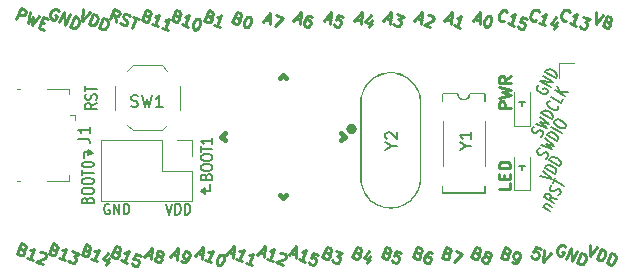
<source format=gto>
%TF.GenerationSoftware,KiCad,Pcbnew,4.0.7*%
%TF.CreationDate,2018-01-16T14:15:25+08:00*%
%TF.ProjectId,STM32F401CCT6,53544D333246343031434354362E6B69,rev?*%
%TF.FileFunction,Legend,Top*%
%FSLAX46Y46*%
G04 Gerber Fmt 4.6, Leading zero omitted, Abs format (unit mm)*
G04 Created by KiCad (PCBNEW 4.0.7) date 01/16/18 14:15:25*
%MOMM*%
%LPD*%
G01*
G04 APERTURE LIST*
%ADD10C,0.100000*%
%ADD11C,0.250000*%
%ADD12C,0.200000*%
%ADD13C,0.237500*%
%ADD14C,0.120000*%
%ADD15C,0.400000*%
%ADD16C,0.750000*%
%ADD17C,0.150000*%
G04 APERTURE END LIST*
D10*
D11*
X42354381Y-15404857D02*
X42354381Y-15881048D01*
X41354381Y-15881048D01*
X41830571Y-15071524D02*
X41830571Y-14738190D01*
X42354381Y-14595333D02*
X42354381Y-15071524D01*
X41354381Y-15071524D01*
X41354381Y-14595333D01*
X42354381Y-14166762D02*
X41354381Y-14166762D01*
X41354381Y-13928667D01*
X41402000Y-13785809D01*
X41497238Y-13690571D01*
X41592476Y-13642952D01*
X41782952Y-13595333D01*
X41925810Y-13595333D01*
X42116286Y-13642952D01*
X42211524Y-13690571D01*
X42306762Y-13785809D01*
X42354381Y-13928667D01*
X42354381Y-14166762D01*
X42374381Y-9065333D02*
X41374381Y-9065333D01*
X41374381Y-8684380D01*
X41422000Y-8589142D01*
X41469619Y-8541523D01*
X41564857Y-8493904D01*
X41707714Y-8493904D01*
X41802952Y-8541523D01*
X41850571Y-8589142D01*
X41898190Y-8684380D01*
X41898190Y-9065333D01*
X41374381Y-8160571D02*
X42374381Y-7922476D01*
X41660095Y-7731999D01*
X42374381Y-7541523D01*
X41374381Y-7303428D01*
X42374381Y-6351047D02*
X41898190Y-6684381D01*
X42374381Y-6922476D02*
X41374381Y-6922476D01*
X41374381Y-6541523D01*
X41422000Y-6446285D01*
X41469619Y-6398666D01*
X41564857Y-6351047D01*
X41707714Y-6351047D01*
X41802952Y-6398666D01*
X41850571Y-6446285D01*
X41898190Y-6541523D01*
X41898190Y-6922476D01*
D12*
X43362000Y-8900000D02*
X43362000Y-8560000D01*
X43100000Y-8550000D02*
X43600000Y-8550000D01*
X43360000Y-14320000D02*
X43360000Y-13980000D01*
X43102000Y-13980000D02*
X43602000Y-13980000D01*
X44947772Y-11467885D02*
X45046154Y-11392720D01*
X45141392Y-11227763D01*
X45138248Y-11137971D01*
X45116057Y-11081169D01*
X45052626Y-11000559D01*
X44970147Y-10952940D01*
X44868621Y-10938312D01*
X44808334Y-10947495D01*
X44728999Y-10989667D01*
X44611569Y-11097824D01*
X44532234Y-11139997D01*
X44471948Y-11149179D01*
X44370422Y-11134551D01*
X44287943Y-11086932D01*
X44224512Y-11006322D01*
X44202320Y-10949521D01*
X44199177Y-10859729D01*
X44294415Y-10694772D01*
X44392797Y-10619606D01*
X44484891Y-10364857D02*
X45446154Y-10699900D01*
X44903755Y-10210791D01*
X45598535Y-10435968D01*
X44827748Y-9771011D01*
X45846154Y-10007079D02*
X44980129Y-9507079D01*
X45075367Y-9342122D01*
X45173749Y-9266957D01*
X45294323Y-9248593D01*
X45395849Y-9263220D01*
X45579854Y-9325467D01*
X45703573Y-9396896D01*
X45849482Y-9525125D01*
X45912913Y-9605736D01*
X45957296Y-9719338D01*
X45941392Y-9842122D01*
X45846154Y-10007079D01*
X46392247Y-8870742D02*
X46414439Y-8927543D01*
X46398535Y-9050327D01*
X46360440Y-9116310D01*
X46262058Y-9191475D01*
X46141484Y-9209839D01*
X46039958Y-9195211D01*
X45855954Y-9132965D01*
X45732235Y-9061536D01*
X45586325Y-8933306D01*
X45522894Y-8852696D01*
X45478511Y-8739094D01*
X45494415Y-8616310D01*
X45532510Y-8550327D01*
X45630892Y-8475162D01*
X45691179Y-8465980D01*
X46836631Y-8291524D02*
X46646154Y-8621439D01*
X45780129Y-8121439D01*
X46969964Y-8060584D02*
X46103939Y-7560584D01*
X47198535Y-7664687D02*
X46532235Y-7675895D01*
X46332510Y-7164687D02*
X46598811Y-7846299D01*
X8412477Y-17182000D02*
X8336286Y-17139143D01*
X8222001Y-17139143D01*
X8107715Y-17182000D01*
X8031524Y-17267714D01*
X7993429Y-17353429D01*
X7955334Y-17524857D01*
X7955334Y-17653429D01*
X7993429Y-17824857D01*
X8031524Y-17910571D01*
X8107715Y-17996286D01*
X8222001Y-18039143D01*
X8298191Y-18039143D01*
X8412477Y-17996286D01*
X8450572Y-17953429D01*
X8450572Y-17653429D01*
X8298191Y-17653429D01*
X8793429Y-18039143D02*
X8793429Y-17139143D01*
X9250572Y-18039143D01*
X9250572Y-17139143D01*
X9631524Y-18039143D02*
X9631524Y-17139143D01*
X9822000Y-17139143D01*
X9936286Y-17182000D01*
X10012477Y-17267714D01*
X10050572Y-17353429D01*
X10088667Y-17524857D01*
X10088667Y-17653429D01*
X10050572Y-17824857D01*
X10012477Y-17910571D01*
X9936286Y-17996286D01*
X9822000Y-18039143D01*
X9631524Y-18039143D01*
X16608571Y-14836666D02*
X16656190Y-14722380D01*
X16703810Y-14684285D01*
X16799048Y-14646190D01*
X16941905Y-14646190D01*
X17037143Y-14684285D01*
X17084762Y-14722380D01*
X17132381Y-14798571D01*
X17132381Y-15103333D01*
X16132381Y-15103333D01*
X16132381Y-14836666D01*
X16180000Y-14760476D01*
X16227619Y-14722380D01*
X16322857Y-14684285D01*
X16418095Y-14684285D01*
X16513333Y-14722380D01*
X16560952Y-14760476D01*
X16608571Y-14836666D01*
X16608571Y-15103333D01*
X16132381Y-14150952D02*
X16132381Y-13998571D01*
X16180000Y-13922380D01*
X16275238Y-13846190D01*
X16465714Y-13808095D01*
X16799048Y-13808095D01*
X16989524Y-13846190D01*
X17084762Y-13922380D01*
X17132381Y-13998571D01*
X17132381Y-14150952D01*
X17084762Y-14227142D01*
X16989524Y-14303333D01*
X16799048Y-14341428D01*
X16465714Y-14341428D01*
X16275238Y-14303333D01*
X16180000Y-14227142D01*
X16132381Y-14150952D01*
X16132381Y-13312857D02*
X16132381Y-13160476D01*
X16180000Y-13084285D01*
X16275238Y-13008095D01*
X16465714Y-12970000D01*
X16799048Y-12970000D01*
X16989524Y-13008095D01*
X17084762Y-13084285D01*
X17132381Y-13160476D01*
X17132381Y-13312857D01*
X17084762Y-13389047D01*
X16989524Y-13465238D01*
X16799048Y-13503333D01*
X16465714Y-13503333D01*
X16275238Y-13465238D01*
X16180000Y-13389047D01*
X16132381Y-13312857D01*
X16132381Y-12741429D02*
X16132381Y-12284286D01*
X17132381Y-12512857D02*
X16132381Y-12512857D01*
X17132381Y-11598571D02*
X17132381Y-12055714D01*
X17132381Y-11827143D02*
X16132381Y-11827143D01*
X16275238Y-11903333D01*
X16370476Y-11979524D01*
X16418095Y-12055714D01*
X7352381Y-8638095D02*
X6876190Y-8904762D01*
X7352381Y-9095238D02*
X6352381Y-9095238D01*
X6352381Y-8790476D01*
X6400000Y-8714285D01*
X6447619Y-8676190D01*
X6542857Y-8638095D01*
X6685714Y-8638095D01*
X6780952Y-8676190D01*
X6828571Y-8714285D01*
X6876190Y-8790476D01*
X6876190Y-9095238D01*
X7304762Y-8333333D02*
X7352381Y-8219047D01*
X7352381Y-8028571D01*
X7304762Y-7952381D01*
X7257143Y-7914285D01*
X7161905Y-7876190D01*
X7066667Y-7876190D01*
X6971429Y-7914285D01*
X6923810Y-7952381D01*
X6876190Y-8028571D01*
X6828571Y-8180952D01*
X6780952Y-8257143D01*
X6733333Y-8295238D01*
X6638095Y-8333333D01*
X6542857Y-8333333D01*
X6447619Y-8295238D01*
X6400000Y-8257143D01*
X6352381Y-8180952D01*
X6352381Y-7990476D01*
X6400000Y-7876190D01*
X6352381Y-7647619D02*
X6352381Y-7190476D01*
X7352381Y-7419047D02*
X6352381Y-7419047D01*
X6270000Y-13140000D02*
X6270000Y-13310000D01*
X16540000Y-16370000D02*
X16150000Y-16100000D01*
X16540000Y-15830000D02*
X16540000Y-16370000D01*
X16150000Y-16100000D02*
X16540000Y-15830000D01*
X16900000Y-16100000D02*
X16150000Y-16100000D01*
X16920000Y-15470000D02*
X16900000Y-16100000D01*
X7030000Y-12820000D02*
X6610000Y-12590000D01*
X6600000Y-13060000D02*
X7030000Y-12820000D01*
X6600000Y-12600000D02*
X6600000Y-13060000D01*
X6920000Y-12790000D02*
X6600000Y-12600000D01*
X6270000Y-12800000D02*
X6920000Y-12790000D01*
X6270000Y-13130000D02*
X6270000Y-12800000D01*
X6548571Y-16846666D02*
X6596190Y-16732380D01*
X6643810Y-16694285D01*
X6739048Y-16656190D01*
X6881905Y-16656190D01*
X6977143Y-16694285D01*
X7024762Y-16732380D01*
X7072381Y-16808571D01*
X7072381Y-17113333D01*
X6072381Y-17113333D01*
X6072381Y-16846666D01*
X6120000Y-16770476D01*
X6167619Y-16732380D01*
X6262857Y-16694285D01*
X6358095Y-16694285D01*
X6453333Y-16732380D01*
X6500952Y-16770476D01*
X6548571Y-16846666D01*
X6548571Y-17113333D01*
X6072381Y-16160952D02*
X6072381Y-16008571D01*
X6120000Y-15932380D01*
X6215238Y-15856190D01*
X6405714Y-15818095D01*
X6739048Y-15818095D01*
X6929524Y-15856190D01*
X7024762Y-15932380D01*
X7072381Y-16008571D01*
X7072381Y-16160952D01*
X7024762Y-16237142D01*
X6929524Y-16313333D01*
X6739048Y-16351428D01*
X6405714Y-16351428D01*
X6215238Y-16313333D01*
X6120000Y-16237142D01*
X6072381Y-16160952D01*
X6072381Y-15322857D02*
X6072381Y-15170476D01*
X6120000Y-15094285D01*
X6215238Y-15018095D01*
X6405714Y-14980000D01*
X6739048Y-14980000D01*
X6929524Y-15018095D01*
X7024762Y-15094285D01*
X7072381Y-15170476D01*
X7072381Y-15322857D01*
X7024762Y-15399047D01*
X6929524Y-15475238D01*
X6739048Y-15513333D01*
X6405714Y-15513333D01*
X6215238Y-15475238D01*
X6120000Y-15399047D01*
X6072381Y-15322857D01*
X6072381Y-14751429D02*
X6072381Y-14294286D01*
X7072381Y-14522857D02*
X6072381Y-14522857D01*
X6072381Y-13875238D02*
X6072381Y-13799047D01*
X6120000Y-13722857D01*
X6167619Y-13684762D01*
X6262857Y-13646666D01*
X6453333Y-13608571D01*
X6691429Y-13608571D01*
X6881905Y-13646666D01*
X6977143Y-13684762D01*
X7024762Y-13722857D01*
X7072381Y-13799047D01*
X7072381Y-13875238D01*
X7024762Y-13951428D01*
X6977143Y-13989524D01*
X6881905Y-14027619D01*
X6691429Y-14065714D01*
X6453333Y-14065714D01*
X6262857Y-14027619D01*
X6167619Y-13989524D01*
X6120000Y-13951428D01*
X6072381Y-13875238D01*
X13175333Y-17169143D02*
X13442000Y-18069143D01*
X13708667Y-17169143D01*
X13975333Y-18069143D02*
X13975333Y-17169143D01*
X14165809Y-17169143D01*
X14280095Y-17212000D01*
X14356286Y-17297714D01*
X14394381Y-17383429D01*
X14432476Y-17554857D01*
X14432476Y-17683429D01*
X14394381Y-17854857D01*
X14356286Y-17940571D01*
X14280095Y-18026286D01*
X14165809Y-18069143D01*
X13975333Y-18069143D01*
X14775333Y-18069143D02*
X14775333Y-17169143D01*
X14965809Y-17169143D01*
X15080095Y-17212000D01*
X15156286Y-17297714D01*
X15194381Y-17383429D01*
X15232476Y-17554857D01*
X15232476Y-17683429D01*
X15194381Y-17854857D01*
X15156286Y-17940571D01*
X15080095Y-18026286D01*
X14965809Y-18069143D01*
X14775333Y-18069143D01*
X44844415Y-14811951D02*
X45843773Y-15081011D01*
X45111082Y-14350070D01*
X46110440Y-14619131D02*
X45244415Y-14119131D01*
X45339653Y-13954174D01*
X45438035Y-13879009D01*
X45558609Y-13860644D01*
X45660135Y-13875272D01*
X45844139Y-13937519D01*
X45967858Y-14008948D01*
X46113768Y-14137177D01*
X46177199Y-14217787D01*
X46221582Y-14331390D01*
X46205678Y-14454174D01*
X46110440Y-14619131D01*
X46510440Y-13926311D02*
X45644415Y-13426311D01*
X45739653Y-13261354D01*
X45838035Y-13186188D01*
X45958609Y-13167824D01*
X46060135Y-13182452D01*
X46244139Y-13244699D01*
X46367858Y-13316128D01*
X46513768Y-13444357D01*
X46577199Y-13524967D01*
X46621582Y-13638569D01*
X46605678Y-13761354D01*
X46510440Y-13926311D01*
X45137851Y-17403575D02*
X45715202Y-17736908D01*
X45220330Y-17451194D02*
X45198138Y-17394393D01*
X45194994Y-17304600D01*
X45252137Y-17205626D01*
X45331472Y-17163453D01*
X45432998Y-17178080D01*
X45886630Y-17439985D01*
X46305678Y-16714173D02*
X45759951Y-16707018D01*
X46077107Y-17110070D02*
X45211082Y-16610070D01*
X45363463Y-16346139D01*
X45442797Y-16303965D01*
X45503084Y-16294783D01*
X45604610Y-16309411D01*
X45728328Y-16380839D01*
X45791759Y-16461450D01*
X45813951Y-16518250D01*
X45817094Y-16608043D01*
X45664713Y-16871975D01*
X46416820Y-16426432D02*
X46515202Y-16351267D01*
X46610440Y-16186310D01*
X46607296Y-16096518D01*
X46585105Y-16039716D01*
X46521674Y-15959106D01*
X46439195Y-15911487D01*
X46337669Y-15896859D01*
X46277382Y-15906042D01*
X46198047Y-15948214D01*
X46080617Y-16056371D01*
X46001282Y-16098544D01*
X45940996Y-16107726D01*
X45839470Y-16093098D01*
X45756991Y-16045479D01*
X45693560Y-15964869D01*
X45671368Y-15908068D01*
X45668225Y-15818276D01*
X45763463Y-15653318D01*
X45861845Y-15578153D01*
X45934891Y-15356396D02*
X46163463Y-14960498D01*
X46915202Y-15658446D02*
X46049177Y-15158446D01*
X45384915Y-13322500D02*
X45483297Y-13247335D01*
X45578535Y-13082378D01*
X45575391Y-12992586D01*
X45553200Y-12935784D01*
X45489769Y-12855174D01*
X45407290Y-12807555D01*
X45305764Y-12792927D01*
X45245477Y-12802110D01*
X45166142Y-12844283D01*
X45048712Y-12952439D01*
X44969377Y-12994613D01*
X44909091Y-13003794D01*
X44807565Y-12989167D01*
X44725086Y-12941548D01*
X44661655Y-12860937D01*
X44639463Y-12804137D01*
X44636320Y-12714344D01*
X44731558Y-12549387D01*
X44829940Y-12474222D01*
X44922034Y-12219472D02*
X45883297Y-12554515D01*
X45340898Y-12065406D01*
X46035678Y-12290583D01*
X45264891Y-11625626D01*
X46283297Y-11861694D02*
X45417272Y-11361694D01*
X45512510Y-11196737D01*
X45610892Y-11121572D01*
X45731466Y-11103208D01*
X45832992Y-11117836D01*
X46016997Y-11180082D01*
X46140716Y-11251511D01*
X46286625Y-11379741D01*
X46350056Y-11460351D01*
X46394439Y-11573953D01*
X46378535Y-11696737D01*
X46283297Y-11861694D01*
X46683297Y-11168874D02*
X45817272Y-10668874D01*
X46083939Y-10206994D02*
X46160129Y-10075028D01*
X46239464Y-10032855D01*
X46360037Y-10014491D01*
X46544042Y-10076738D01*
X46832718Y-10243405D01*
X46978627Y-10371634D01*
X47023011Y-10485236D01*
X47026154Y-10575028D01*
X46949964Y-10706994D01*
X46870630Y-10749167D01*
X46750056Y-10767532D01*
X46566051Y-10705285D01*
X46277375Y-10538618D01*
X46131466Y-10410389D01*
X46087083Y-10296786D01*
X46083939Y-10206994D01*
X44744226Y-7109862D02*
X44664891Y-7152036D01*
X44607749Y-7251010D01*
X44591845Y-7373794D01*
X44636228Y-7487396D01*
X44699659Y-7568007D01*
X44845568Y-7696236D01*
X44969287Y-7767665D01*
X45153292Y-7829912D01*
X45254818Y-7844539D01*
X45375392Y-7826175D01*
X45473774Y-7751010D01*
X45511869Y-7685027D01*
X45527773Y-7562243D01*
X45505581Y-7505443D01*
X45216906Y-7338776D01*
X45140716Y-7470742D01*
X45759488Y-7256139D02*
X44893463Y-6756139D01*
X45988059Y-6860241D01*
X45122034Y-6360241D01*
X46178535Y-6530327D02*
X45312510Y-6030327D01*
X45407748Y-5865370D01*
X45506130Y-5790205D01*
X45626704Y-5771841D01*
X45728230Y-5786469D01*
X45912235Y-5848715D01*
X46035954Y-5920144D01*
X46181863Y-6048374D01*
X46245294Y-6128984D01*
X46289677Y-6242586D01*
X46273773Y-6365370D01*
X46178535Y-6530327D01*
D13*
X536519Y-1470913D02*
X892395Y-590088D01*
X1227948Y-725660D01*
X1294889Y-801497D01*
X1319888Y-860388D01*
X1327939Y-961222D01*
X1277099Y-1087055D01*
X1201262Y-1153997D01*
X1142371Y-1178994D01*
X1041536Y-1187045D01*
X705984Y-1051473D01*
X1689332Y-912072D02*
X1543176Y-1877629D01*
X1965150Y-1316254D01*
X1878729Y-2013201D01*
X2444325Y-1217109D01*
X2610412Y-1772121D02*
X2904020Y-1890746D01*
X2843441Y-2402970D02*
X2424000Y-2233505D01*
X2779876Y-1352680D01*
X3199317Y-1522145D01*
X4096834Y-798444D02*
X4029892Y-722607D01*
X3904060Y-671767D01*
X3761282Y-662872D01*
X3643501Y-712867D01*
X3567663Y-779808D01*
X3457933Y-930638D01*
X3407094Y-1056470D01*
X3381252Y-1241192D01*
X3389303Y-1342028D01*
X3439298Y-1459809D01*
X3548184Y-1552592D01*
X3632072Y-1586485D01*
X3774851Y-1595381D01*
X3833741Y-1570383D01*
X3952367Y-1276775D01*
X3784590Y-1208989D01*
X4177344Y-1806789D02*
X4533220Y-925965D01*
X4680673Y-2010147D01*
X5036549Y-1129323D01*
X5100112Y-2179612D02*
X5455989Y-1298787D01*
X5665709Y-1383520D01*
X5774595Y-1476303D01*
X5824590Y-1594084D01*
X5832642Y-1694919D01*
X5806799Y-1879642D01*
X5755960Y-2005474D01*
X5646230Y-2156303D01*
X5570392Y-2223245D01*
X5452611Y-2273240D01*
X5309833Y-2264345D01*
X5100112Y-2179612D01*
X6140451Y-703142D02*
X6078184Y-1702592D01*
X6727668Y-940393D01*
X6665400Y-1939843D02*
X7021276Y-1059018D01*
X7230997Y-1143751D01*
X7339882Y-1236534D01*
X7389877Y-1354315D01*
X7397929Y-1455150D01*
X7372087Y-1639873D01*
X7321247Y-1765705D01*
X7211518Y-1916534D01*
X7135680Y-1983476D01*
X7017899Y-2033471D01*
X6875120Y-2024575D01*
X6665400Y-1939843D01*
X7546224Y-2295719D02*
X7902101Y-1414894D01*
X8111821Y-1499627D01*
X8220707Y-1592410D01*
X8270702Y-1710191D01*
X8278754Y-1811026D01*
X8252911Y-1995749D01*
X8202072Y-2121581D01*
X8092342Y-2272410D01*
X8016504Y-2339352D01*
X7898723Y-2389347D01*
X7755945Y-2380452D01*
X7546224Y-2295719D01*
X8976652Y-1743584D02*
X8852508Y-1205518D01*
X8473323Y-1540226D02*
X8829199Y-659401D01*
X9164752Y-794973D01*
X9231693Y-870810D01*
X9256691Y-929701D01*
X9264742Y-1030535D01*
X9213903Y-1156368D01*
X9138066Y-1223309D01*
X9079175Y-1248306D01*
X8978340Y-1256357D01*
X8642788Y-1120785D01*
X9329150Y-1837211D02*
X9438036Y-1929995D01*
X9647756Y-2014727D01*
X9748590Y-2006676D01*
X9807481Y-1981679D01*
X9883319Y-1914738D01*
X9917212Y-1830849D01*
X9909160Y-1730014D01*
X9884162Y-1671124D01*
X9817221Y-1595287D01*
X9666392Y-1485557D01*
X9599450Y-1409720D01*
X9574452Y-1350830D01*
X9566401Y-1249994D01*
X9600294Y-1166107D01*
X9676131Y-1099165D01*
X9735022Y-1074168D01*
X9835857Y-1066117D01*
X10045576Y-1150849D01*
X10154463Y-1243633D01*
X10423073Y-1303368D02*
X10926401Y-1506725D01*
X10318861Y-2285871D02*
X10674737Y-1405047D01*
X11639455Y-1253574D02*
X11748340Y-1346357D01*
X11773339Y-1405248D01*
X11781390Y-1506082D01*
X11730550Y-1631915D01*
X11654713Y-1698857D01*
X11595822Y-1723854D01*
X11494987Y-1731905D01*
X11159435Y-1596333D01*
X11515311Y-715508D01*
X11808920Y-834134D01*
X11875861Y-909970D01*
X11900859Y-968861D01*
X11908911Y-1069696D01*
X11875018Y-1153583D01*
X11799180Y-1220525D01*
X11740289Y-1245523D01*
X11639455Y-1253574D01*
X11345846Y-1134948D01*
X12501645Y-2138621D02*
X11998316Y-1935263D01*
X12249980Y-2036942D02*
X12605857Y-1156117D01*
X12471129Y-1248056D01*
X12353349Y-1298051D01*
X12252513Y-1306102D01*
X13340526Y-2477551D02*
X12837196Y-2274192D01*
X13088861Y-2375871D02*
X13444737Y-1495047D01*
X13310010Y-1586986D01*
X13192229Y-1636981D01*
X13091394Y-1645031D01*
X14161455Y-1265574D02*
X14270340Y-1358357D01*
X14295339Y-1417248D01*
X14303390Y-1518082D01*
X14252550Y-1643915D01*
X14176713Y-1710857D01*
X14117822Y-1735854D01*
X14016987Y-1743905D01*
X13681435Y-1608333D01*
X14037311Y-727508D01*
X14330920Y-846134D01*
X14397861Y-921970D01*
X14422859Y-980861D01*
X14430911Y-1081696D01*
X14397018Y-1165583D01*
X14321180Y-1232525D01*
X14262289Y-1257523D01*
X14161455Y-1265574D01*
X13867846Y-1146948D01*
X15023645Y-2150621D02*
X14520316Y-1947263D01*
X14771980Y-2048942D02*
X15127857Y-1168117D01*
X14993129Y-1260056D01*
X14875349Y-1310051D01*
X14774513Y-1318102D01*
X15924793Y-1490100D02*
X16008681Y-1523993D01*
X16075623Y-1599830D01*
X16100620Y-1658720D01*
X16108671Y-1759555D01*
X16082830Y-1944278D01*
X15998098Y-2153998D01*
X15888367Y-2304828D01*
X15812530Y-2371769D01*
X15753639Y-2396767D01*
X15652805Y-2404818D01*
X15568917Y-2370925D01*
X15501976Y-2295088D01*
X15476978Y-2236198D01*
X15468926Y-2135363D01*
X15494768Y-1950640D01*
X15579501Y-1740920D01*
X15689231Y-1590090D01*
X15765069Y-1523149D01*
X15823959Y-1498151D01*
X15924793Y-1490100D01*
X16920895Y-1305039D02*
X17029781Y-1397822D01*
X17054779Y-1456713D01*
X17062830Y-1557547D01*
X17011990Y-1683380D01*
X16936153Y-1750321D01*
X16877262Y-1775319D01*
X16776428Y-1783370D01*
X16440875Y-1647798D01*
X16796752Y-766973D01*
X17090360Y-885599D01*
X17157302Y-961435D01*
X17182299Y-1020326D01*
X17190351Y-1121160D01*
X17156458Y-1205048D01*
X17080620Y-1271990D01*
X17021730Y-1296988D01*
X16920895Y-1305039D01*
X16627287Y-1186413D01*
X17783085Y-2190086D02*
X17279756Y-1986727D01*
X17531421Y-2088407D02*
X17887297Y-1207582D01*
X17752570Y-1299521D01*
X17634789Y-1349516D01*
X17533954Y-1357566D01*
X19300895Y-1425039D02*
X19409781Y-1517822D01*
X19434779Y-1576713D01*
X19442830Y-1677547D01*
X19391990Y-1803380D01*
X19316153Y-1870321D01*
X19257262Y-1895319D01*
X19156428Y-1903370D01*
X18820875Y-1767798D01*
X19176752Y-886973D01*
X19470360Y-1005599D01*
X19537302Y-1081435D01*
X19562299Y-1140326D01*
X19570351Y-1241160D01*
X19536458Y-1325048D01*
X19460620Y-1391990D01*
X19401730Y-1416988D01*
X19300895Y-1425039D01*
X19007287Y-1306413D01*
X20225353Y-1310635D02*
X20309241Y-1344528D01*
X20376182Y-1420365D01*
X20401180Y-1479256D01*
X20409231Y-1580090D01*
X20383390Y-1764813D01*
X20298657Y-1974533D01*
X20188926Y-2125363D01*
X20113089Y-2192304D01*
X20054199Y-2217302D01*
X19953365Y-2225353D01*
X19869477Y-2191460D01*
X19802535Y-2115623D01*
X19777538Y-2056733D01*
X19769486Y-1955898D01*
X19795328Y-1771175D01*
X19880060Y-1561455D01*
X19989790Y-1410625D01*
X20065628Y-1343684D01*
X20124519Y-1318686D01*
X20225353Y-1310635D01*
X21573526Y-1514606D02*
X21992967Y-1684071D01*
X21387959Y-1732378D02*
X22037444Y-970179D01*
X21975176Y-1969629D01*
X22540772Y-1173537D02*
X23127990Y-1410788D01*
X22394617Y-2139094D01*
X24133526Y-1464606D02*
X24552967Y-1634071D01*
X23947959Y-1682378D02*
X24597444Y-920179D01*
X24535176Y-1919629D01*
X25562157Y-1309948D02*
X25394381Y-1242162D01*
X25293547Y-1250213D01*
X25234656Y-1275211D01*
X25099928Y-1367149D01*
X24990198Y-1517980D01*
X24854626Y-1853532D01*
X24862677Y-1954366D01*
X24887675Y-2013257D01*
X24954617Y-2089094D01*
X25122393Y-2156880D01*
X25223227Y-2148829D01*
X25282117Y-2123831D01*
X25357955Y-2056890D01*
X25442688Y-1847170D01*
X25434636Y-1746335D01*
X25409638Y-1687444D01*
X25342697Y-1611608D01*
X25174921Y-1543822D01*
X25074087Y-1551873D01*
X25015195Y-1576870D01*
X24939359Y-1643811D01*
X26723526Y-1464606D02*
X27142967Y-1634071D01*
X26537959Y-1682378D02*
X27187444Y-920179D01*
X27125176Y-1919629D01*
X28194101Y-1326894D02*
X27774660Y-1157430D01*
X27563252Y-1559923D01*
X27622142Y-1534926D01*
X27722977Y-1526875D01*
X27932697Y-1611608D01*
X27999638Y-1687444D01*
X28024636Y-1746335D01*
X28032688Y-1847170D01*
X27947955Y-2056890D01*
X27872117Y-2123831D01*
X27813227Y-2148829D01*
X27712393Y-2156880D01*
X27502673Y-2072147D01*
X27435731Y-1996310D01*
X27410733Y-1937420D01*
X29313526Y-1484606D02*
X29732967Y-1654071D01*
X29127959Y-1702378D02*
X29777444Y-940179D01*
X29715176Y-1939629D01*
X30623531Y-1623557D02*
X30386281Y-2210773D01*
X30549384Y-1203272D02*
X30085466Y-1747699D01*
X30630739Y-1968004D01*
X31793526Y-1444606D02*
X32212967Y-1614071D01*
X31607959Y-1662378D02*
X32257444Y-900179D01*
X32195176Y-1899629D01*
X32760772Y-1103537D02*
X33306046Y-1323841D01*
X32876865Y-1540768D01*
X33002697Y-1591608D01*
X33069638Y-1667444D01*
X33094636Y-1726335D01*
X33102688Y-1827170D01*
X33017955Y-2036890D01*
X32942117Y-2103831D01*
X32883227Y-2128829D01*
X32782393Y-2136880D01*
X32530729Y-2035201D01*
X32463787Y-1959364D01*
X32438789Y-1900473D01*
X34413526Y-1444606D02*
X34832967Y-1614071D01*
X34227959Y-1662378D02*
X34877444Y-900179D01*
X34815176Y-1899629D01*
X35388824Y-1204371D02*
X35447714Y-1179373D01*
X35548549Y-1171323D01*
X35758269Y-1256055D01*
X35825210Y-1331892D01*
X35850208Y-1390782D01*
X35858260Y-1491617D01*
X35824367Y-1575505D01*
X35731582Y-1684391D01*
X35024896Y-1984361D01*
X35570169Y-2204666D01*
X36933526Y-1494606D02*
X37352967Y-1664071D01*
X36747959Y-1712378D02*
X37397444Y-950179D01*
X37335176Y-1949629D01*
X38090169Y-2254666D02*
X37586840Y-2051308D01*
X37838505Y-2152987D02*
X38194381Y-1272162D01*
X38059654Y-1364101D01*
X37941873Y-1414096D01*
X37841038Y-1422147D01*
X39353526Y-1494606D02*
X39772967Y-1664071D01*
X39167959Y-1712378D02*
X39817444Y-950179D01*
X39755176Y-1949629D01*
X40572437Y-1255216D02*
X40656325Y-1289109D01*
X40723266Y-1364945D01*
X40748264Y-1423836D01*
X40756315Y-1524670D01*
X40730474Y-1709394D01*
X40645741Y-1919113D01*
X40536010Y-2069943D01*
X40460173Y-2136885D01*
X40401283Y-2161882D01*
X40300449Y-2169933D01*
X40216561Y-2136040D01*
X40149619Y-2060204D01*
X40124622Y-2001313D01*
X40116570Y-1900478D01*
X40142412Y-1715755D01*
X40227144Y-1506036D01*
X40336875Y-1355205D01*
X40412712Y-1288264D01*
X40471603Y-1263267D01*
X40572437Y-1255216D01*
X41818657Y-1667803D02*
X41759767Y-1692801D01*
X41616987Y-1683905D01*
X41533100Y-1650012D01*
X41424214Y-1557229D01*
X41374219Y-1439448D01*
X41366168Y-1338612D01*
X41392009Y-1153890D01*
X41442849Y-1028058D01*
X41552579Y-877228D01*
X41628417Y-810287D01*
X41746198Y-760292D01*
X41888976Y-769187D01*
X41972864Y-803080D01*
X42081750Y-895864D01*
X42106748Y-954754D01*
X42623645Y-2090621D02*
X42120316Y-1887263D01*
X42371980Y-1988942D02*
X42727857Y-1108117D01*
X42593129Y-1200056D01*
X42475349Y-1250051D01*
X42374513Y-1258102D01*
X43776457Y-1531779D02*
X43357017Y-1362314D01*
X43145608Y-1764808D01*
X43204498Y-1739811D01*
X43305333Y-1731760D01*
X43515053Y-1816492D01*
X43581995Y-1892329D01*
X43606992Y-1951219D01*
X43615044Y-2052054D01*
X43530311Y-2261775D01*
X43454474Y-2328716D01*
X43395583Y-2353713D01*
X43294749Y-2361764D01*
X43085029Y-2277032D01*
X43018087Y-2201195D01*
X42993089Y-2142304D01*
X44498657Y-1637803D02*
X44439767Y-1662801D01*
X44296987Y-1653905D01*
X44213100Y-1620012D01*
X44104214Y-1527229D01*
X44054219Y-1409448D01*
X44046168Y-1308612D01*
X44072009Y-1123890D01*
X44122849Y-998058D01*
X44232579Y-847228D01*
X44308417Y-780287D01*
X44426198Y-730292D01*
X44568976Y-739187D01*
X44652864Y-773080D01*
X44761750Y-865864D01*
X44786748Y-924754D01*
X45303645Y-2060621D02*
X44800316Y-1857263D01*
X45051980Y-1958942D02*
X45407857Y-1078117D01*
X45273129Y-1170056D01*
X45155349Y-1220051D01*
X45054513Y-1228102D01*
X46295888Y-1778441D02*
X46058637Y-2365657D01*
X46221740Y-1358156D02*
X45757822Y-1902584D01*
X46303095Y-2122888D01*
X47078657Y-1647803D02*
X47019767Y-1672801D01*
X46876987Y-1663905D01*
X46793100Y-1630012D01*
X46684214Y-1537229D01*
X46634219Y-1419448D01*
X46626168Y-1318612D01*
X46652009Y-1133890D01*
X46702849Y-1008058D01*
X46812579Y-857228D01*
X46888417Y-790287D01*
X47006198Y-740292D01*
X47148976Y-749187D01*
X47232864Y-783080D01*
X47341750Y-875864D01*
X47366748Y-934754D01*
X47883645Y-2070621D02*
X47380316Y-1867263D01*
X47631980Y-1968942D02*
X47987857Y-1088117D01*
X47853129Y-1180056D01*
X47735349Y-1230051D01*
X47634513Y-1238102D01*
X48533129Y-1308421D02*
X49078402Y-1528726D01*
X48649221Y-1745653D01*
X48775053Y-1796492D01*
X48841995Y-1872329D01*
X48866992Y-1931219D01*
X48875044Y-2032054D01*
X48790311Y-2241775D01*
X48714474Y-2308716D01*
X48655583Y-2333713D01*
X48554749Y-2341764D01*
X48303085Y-2240086D01*
X48236143Y-2164248D01*
X48211145Y-2105358D01*
X49632864Y-903080D02*
X49570596Y-1902530D01*
X50220081Y-1140331D01*
X50637832Y-1797022D02*
X50746717Y-1889806D01*
X50771716Y-1948696D01*
X50779767Y-2049531D01*
X50728927Y-2175363D01*
X50653090Y-2242305D01*
X50594199Y-2267302D01*
X50493365Y-2275353D01*
X50157812Y-2139781D01*
X50513688Y-1258956D01*
X50807297Y-1377582D01*
X50874238Y-1453419D01*
X50899236Y-1512309D01*
X50907288Y-1613144D01*
X50873395Y-1697032D01*
X50797557Y-1763974D01*
X50738666Y-1788971D01*
X50637832Y-1797022D01*
X50344223Y-1678397D01*
X1049455Y-21053574D02*
X1158340Y-21146357D01*
X1183339Y-21205248D01*
X1191390Y-21306082D01*
X1140550Y-21431915D01*
X1064713Y-21498857D01*
X1005822Y-21523854D01*
X904987Y-21531905D01*
X569435Y-21396333D01*
X925311Y-20515508D01*
X1218920Y-20634134D01*
X1285861Y-20709970D01*
X1310859Y-20768861D01*
X1318911Y-20869696D01*
X1285018Y-20953583D01*
X1209180Y-21020525D01*
X1150289Y-21045523D01*
X1049455Y-21053574D01*
X755846Y-20934948D01*
X1911645Y-21938621D02*
X1408316Y-21735263D01*
X1659980Y-21836942D02*
X2015857Y-20956117D01*
X1881129Y-21048056D01*
X1763349Y-21098051D01*
X1662513Y-21106102D01*
X2569180Y-21277256D02*
X2628070Y-21252258D01*
X2728905Y-21244207D01*
X2938625Y-21328940D01*
X3005567Y-21404777D01*
X3030564Y-21463667D01*
X3038616Y-21564502D01*
X3004723Y-21648390D01*
X2911939Y-21757275D01*
X2205252Y-22057246D01*
X2750526Y-22277551D01*
X3749455Y-21053574D02*
X3858340Y-21146357D01*
X3883339Y-21205248D01*
X3891390Y-21306082D01*
X3840550Y-21431915D01*
X3764713Y-21498857D01*
X3705822Y-21523854D01*
X3604987Y-21531905D01*
X3269435Y-21396333D01*
X3625311Y-20515508D01*
X3918920Y-20634134D01*
X3985861Y-20709970D01*
X4010859Y-20768861D01*
X4018911Y-20869696D01*
X3985018Y-20953583D01*
X3909180Y-21020525D01*
X3850289Y-21045523D01*
X3749455Y-21053574D01*
X3455846Y-20934948D01*
X4611645Y-21938621D02*
X4108316Y-21735263D01*
X4359980Y-21836942D02*
X4715857Y-20956117D01*
X4581129Y-21048056D01*
X4463349Y-21098051D01*
X4362513Y-21106102D01*
X5261129Y-21176421D02*
X5806402Y-21396726D01*
X5377221Y-21613653D01*
X5503053Y-21664492D01*
X5569995Y-21740329D01*
X5594992Y-21799219D01*
X5603044Y-21900054D01*
X5518311Y-22109775D01*
X5442474Y-22176716D01*
X5383583Y-22201713D01*
X5282749Y-22209764D01*
X5031085Y-22108086D01*
X4964143Y-22032248D01*
X4939145Y-21973358D01*
X6529455Y-21133574D02*
X6638340Y-21226357D01*
X6663339Y-21285248D01*
X6671390Y-21386082D01*
X6620550Y-21511915D01*
X6544713Y-21578857D01*
X6485822Y-21603854D01*
X6384987Y-21611905D01*
X6049435Y-21476333D01*
X6405311Y-20595508D01*
X6698920Y-20714134D01*
X6765861Y-20789970D01*
X6790859Y-20848861D01*
X6798911Y-20949696D01*
X6765018Y-21033583D01*
X6689180Y-21100525D01*
X6630289Y-21125523D01*
X6529455Y-21133574D01*
X6235846Y-21014948D01*
X7391645Y-22018621D02*
X6888316Y-21815263D01*
X7139980Y-21916942D02*
X7495857Y-21036117D01*
X7361129Y-21128056D01*
X7243349Y-21178051D01*
X7142513Y-21186102D01*
X8383888Y-21736441D02*
X8146637Y-22323657D01*
X8309740Y-21316156D02*
X7845822Y-21860584D01*
X8391095Y-22080888D01*
X9059455Y-21273574D02*
X9168340Y-21366357D01*
X9193339Y-21425248D01*
X9201390Y-21526082D01*
X9150550Y-21651915D01*
X9074713Y-21718857D01*
X9015822Y-21743854D01*
X8914987Y-21751905D01*
X8579435Y-21616333D01*
X8935311Y-20735508D01*
X9228920Y-20854134D01*
X9295861Y-20929970D01*
X9320859Y-20988861D01*
X9328911Y-21089696D01*
X9295018Y-21173583D01*
X9219180Y-21240525D01*
X9160289Y-21265523D01*
X9059455Y-21273574D01*
X8765846Y-21154948D01*
X9921645Y-22158621D02*
X9418316Y-21955263D01*
X9669980Y-22056942D02*
X10025857Y-21176117D01*
X9891129Y-21268056D01*
X9773349Y-21318051D01*
X9672513Y-21326102D01*
X11074457Y-21599779D02*
X10655017Y-21430314D01*
X10443608Y-21832808D01*
X10502498Y-21807811D01*
X10603333Y-21799760D01*
X10813053Y-21884492D01*
X10879995Y-21960329D01*
X10904992Y-22019219D01*
X10913044Y-22120054D01*
X10828311Y-22329775D01*
X10752474Y-22396716D01*
X10693583Y-22421713D01*
X10592749Y-22429764D01*
X10383029Y-22345032D01*
X10316087Y-22269195D01*
X10291089Y-22210304D01*
X11531526Y-21412606D02*
X11950967Y-21582071D01*
X11345959Y-21630378D02*
X11995444Y-20868179D01*
X11933176Y-21867629D01*
X12555975Y-21533766D02*
X12489033Y-21457929D01*
X12464035Y-21399038D01*
X12455984Y-21298203D01*
X12472931Y-21256259D01*
X12548767Y-21189317D01*
X12607659Y-21164320D01*
X12708493Y-21156269D01*
X12876269Y-21224055D01*
X12943210Y-21299892D01*
X12968208Y-21358782D01*
X12976260Y-21459617D01*
X12959313Y-21501561D01*
X12883475Y-21568503D01*
X12824585Y-21593500D01*
X12723750Y-21601552D01*
X12555975Y-21533766D01*
X12455140Y-21541817D01*
X12396249Y-21566814D01*
X12320412Y-21633755D01*
X12252626Y-21801532D01*
X12260677Y-21902366D01*
X12285675Y-21961257D01*
X12352617Y-22037094D01*
X12520393Y-22104880D01*
X12621227Y-22096829D01*
X12680117Y-22071831D01*
X12755955Y-22004890D01*
X12823741Y-21837113D01*
X12815689Y-21736279D01*
X12790692Y-21677388D01*
X12723750Y-21601552D01*
X13751526Y-21442606D02*
X14170967Y-21612071D01*
X13565959Y-21660378D02*
X14215444Y-20898179D01*
X14153176Y-21897629D01*
X14488729Y-22033201D02*
X14656505Y-22100987D01*
X14757339Y-22092936D01*
X14816229Y-22067938D01*
X14950957Y-21975998D01*
X15060688Y-21825170D01*
X15196260Y-21489617D01*
X15188208Y-21388782D01*
X15163210Y-21329892D01*
X15096269Y-21254055D01*
X14928493Y-21186269D01*
X14827659Y-21194320D01*
X14768767Y-21219317D01*
X14692931Y-21286259D01*
X14608198Y-21495980D01*
X14616249Y-21596814D01*
X14641247Y-21655705D01*
X14708189Y-21731541D01*
X14875965Y-21799327D01*
X14976799Y-21791276D01*
X15035689Y-21766279D01*
X15111527Y-21699338D01*
X15874086Y-21353141D02*
X16293526Y-21522606D01*
X15688519Y-21570913D02*
X16338004Y-20808714D01*
X16275736Y-21808164D01*
X17030729Y-22113201D02*
X16527400Y-21909843D01*
X16779064Y-22011522D02*
X17134941Y-21130697D01*
X17000213Y-21222636D01*
X16882433Y-21272631D01*
X16781597Y-21280682D01*
X17931877Y-21452681D02*
X18015765Y-21486574D01*
X18082707Y-21562410D01*
X18107704Y-21621301D01*
X18115755Y-21722135D01*
X18089914Y-21906859D01*
X18005182Y-22116578D01*
X17895451Y-22267408D01*
X17819614Y-22334350D01*
X17760723Y-22359347D01*
X17659889Y-22367398D01*
X17576001Y-22333505D01*
X17509060Y-22257668D01*
X17484062Y-22198778D01*
X17476010Y-22097943D01*
X17501853Y-21913220D01*
X17586585Y-21703500D01*
X17696315Y-21552670D01*
X17772153Y-21485729D01*
X17831043Y-21460732D01*
X17931877Y-21452681D01*
X18502086Y-21253141D02*
X18921526Y-21422606D01*
X18316519Y-21470913D02*
X18966004Y-20708714D01*
X18903736Y-21708164D01*
X19658729Y-22013201D02*
X19155400Y-21809843D01*
X19407064Y-21911522D02*
X19762941Y-21030697D01*
X19628213Y-21122636D01*
X19510433Y-21172631D01*
X19409597Y-21180682D01*
X20497610Y-22352131D02*
X19994281Y-22148773D01*
X20245945Y-22250452D02*
X20601821Y-21369627D01*
X20467094Y-21461566D01*
X20349313Y-21511561D01*
X20248478Y-21519612D01*
X21074086Y-21233141D02*
X21493526Y-21402606D01*
X20888519Y-21450913D02*
X21538004Y-20688714D01*
X21475736Y-21688164D01*
X22230729Y-21993201D02*
X21727400Y-21789843D01*
X21979064Y-21891522D02*
X22334941Y-21010697D01*
X22200213Y-21102636D01*
X22082433Y-21152631D01*
X21981597Y-21160682D01*
X22888264Y-21331836D02*
X22947154Y-21306838D01*
X23047990Y-21298788D01*
X23257709Y-21383520D01*
X23324651Y-21459357D01*
X23349648Y-21518247D01*
X23357700Y-21619082D01*
X23323807Y-21702970D01*
X23231023Y-21811856D01*
X22524337Y-22111826D01*
X23069610Y-22332131D01*
X23782086Y-21293141D02*
X24201526Y-21462606D01*
X23596519Y-21510913D02*
X24246004Y-20748714D01*
X24183736Y-21748164D01*
X24938729Y-22053201D02*
X24435400Y-21849843D01*
X24687064Y-21951522D02*
X25042941Y-21070697D01*
X24908213Y-21162636D01*
X24790433Y-21212631D01*
X24689597Y-21220682D01*
X26091541Y-21494359D02*
X25672101Y-21324894D01*
X25460692Y-21727388D01*
X25519582Y-21702391D01*
X25620418Y-21694340D01*
X25830137Y-21779072D01*
X25897079Y-21854909D01*
X25922076Y-21913800D01*
X25930128Y-22014634D01*
X25845395Y-22224355D01*
X25769558Y-22291296D01*
X25710667Y-22316294D01*
X25609833Y-22324345D01*
X25400113Y-22239612D01*
X25333171Y-22163775D01*
X25308173Y-22104885D01*
X26918895Y-21353039D02*
X27027781Y-21445822D01*
X27052779Y-21504713D01*
X27060830Y-21605547D01*
X27009990Y-21731380D01*
X26934153Y-21798321D01*
X26875262Y-21823319D01*
X26774428Y-21831370D01*
X26438875Y-21695798D01*
X26794752Y-20814973D01*
X27088360Y-20933599D01*
X27155302Y-21009435D01*
X27180299Y-21068326D01*
X27188351Y-21169160D01*
X27154458Y-21253048D01*
X27078620Y-21319990D01*
X27019730Y-21344988D01*
X26918895Y-21353039D01*
X26625287Y-21234413D01*
X27591688Y-21136956D02*
X28136962Y-21357261D01*
X27707781Y-21574188D01*
X27833613Y-21625027D01*
X27900554Y-21700864D01*
X27925552Y-21759754D01*
X27933604Y-21860589D01*
X27848871Y-22070310D01*
X27773033Y-22137251D01*
X27714143Y-22162248D01*
X27613309Y-22170299D01*
X27361645Y-22068621D01*
X27294703Y-21992783D01*
X27269705Y-21933893D01*
X29458895Y-21343039D02*
X29567781Y-21435822D01*
X29592779Y-21494713D01*
X29600830Y-21595547D01*
X29549990Y-21721380D01*
X29474153Y-21788321D01*
X29415262Y-21813319D01*
X29314428Y-21821370D01*
X28978875Y-21685798D01*
X29334752Y-20804973D01*
X29628360Y-20923599D01*
X29695302Y-20999435D01*
X29720299Y-21058326D01*
X29728351Y-21159160D01*
X29694458Y-21243048D01*
X29618620Y-21309990D01*
X29559730Y-21334988D01*
X29458895Y-21343039D01*
X29165287Y-21224413D01*
X30474447Y-21606976D02*
X30237196Y-22194192D01*
X30400299Y-21186691D02*
X29936382Y-21731119D01*
X30481655Y-21951424D01*
X31938895Y-21333039D02*
X32047781Y-21425822D01*
X32072779Y-21484713D01*
X32080830Y-21585547D01*
X32029990Y-21711380D01*
X31954153Y-21778321D01*
X31895262Y-21803319D01*
X31794428Y-21811370D01*
X31458875Y-21675798D01*
X31814752Y-20794973D01*
X32108360Y-20913599D01*
X32175302Y-20989435D01*
X32200299Y-21048326D01*
X32208351Y-21149160D01*
X32174458Y-21233048D01*
X32098620Y-21299990D01*
X32039730Y-21324988D01*
X31938895Y-21333039D01*
X31645287Y-21214413D01*
X33115017Y-21320314D02*
X32695576Y-21150849D01*
X32484167Y-21553343D01*
X32543058Y-21528346D01*
X32643893Y-21520295D01*
X32853613Y-21605027D01*
X32920554Y-21680864D01*
X32945552Y-21739754D01*
X32953604Y-21840589D01*
X32868871Y-22050310D01*
X32793033Y-22117251D01*
X32734143Y-22142248D01*
X32633309Y-22150299D01*
X32423589Y-22065567D01*
X32356646Y-21989730D01*
X32331649Y-21930840D01*
X34588895Y-21353039D02*
X34697781Y-21445822D01*
X34722779Y-21504713D01*
X34730830Y-21605547D01*
X34679990Y-21731380D01*
X34604153Y-21798321D01*
X34545262Y-21823319D01*
X34444428Y-21831370D01*
X34108875Y-21695798D01*
X34464752Y-20814973D01*
X34758360Y-20933599D01*
X34825302Y-21009435D01*
X34850299Y-21068326D01*
X34858351Y-21169160D01*
X34824458Y-21253048D01*
X34748620Y-21319990D01*
X34689730Y-21344988D01*
X34588895Y-21353039D01*
X34295287Y-21234413D01*
X35723073Y-21323368D02*
X35555297Y-21255582D01*
X35454463Y-21263633D01*
X35395572Y-21288630D01*
X35260844Y-21380569D01*
X35151114Y-21531399D01*
X35015542Y-21866952D01*
X35023593Y-21967786D01*
X35048591Y-22026677D01*
X35115533Y-22102514D01*
X35283309Y-22170299D01*
X35384143Y-22162248D01*
X35443033Y-22137251D01*
X35518871Y-22070310D01*
X35603604Y-21860589D01*
X35595552Y-21759754D01*
X35570554Y-21700864D01*
X35503613Y-21625027D01*
X35335837Y-21557241D01*
X35235003Y-21565292D01*
X35176111Y-21590290D01*
X35100275Y-21657231D01*
X37038895Y-21363039D02*
X37147781Y-21455822D01*
X37172779Y-21514713D01*
X37180830Y-21615547D01*
X37129990Y-21741380D01*
X37054153Y-21808321D01*
X36995262Y-21833319D01*
X36894428Y-21841370D01*
X36558875Y-21705798D01*
X36914752Y-20824973D01*
X37208360Y-20943599D01*
X37275302Y-21019435D01*
X37300299Y-21078326D01*
X37308351Y-21179160D01*
X37274458Y-21263048D01*
X37198620Y-21329990D01*
X37139730Y-21354988D01*
X37038895Y-21363039D01*
X36745287Y-21244413D01*
X37711688Y-21146956D02*
X38298905Y-21384207D01*
X37565533Y-22112514D01*
X39538895Y-21353039D02*
X39647781Y-21445822D01*
X39672779Y-21504713D01*
X39680830Y-21605547D01*
X39629990Y-21731380D01*
X39554153Y-21798321D01*
X39495262Y-21823319D01*
X39394428Y-21831370D01*
X39058875Y-21695798D01*
X39414752Y-20814973D01*
X39708360Y-20933599D01*
X39775302Y-21009435D01*
X39800299Y-21068326D01*
X39808351Y-21169160D01*
X39774458Y-21253048D01*
X39698620Y-21319990D01*
X39639730Y-21344988D01*
X39538895Y-21353039D01*
X39245287Y-21234413D01*
X40268891Y-21599185D02*
X40201949Y-21523349D01*
X40176951Y-21464458D01*
X40168900Y-21363622D01*
X40185847Y-21321679D01*
X40261683Y-21254737D01*
X40320575Y-21229740D01*
X40421409Y-21221689D01*
X40589185Y-21289475D01*
X40656126Y-21365312D01*
X40681124Y-21424202D01*
X40689176Y-21525037D01*
X40672229Y-21566981D01*
X40596391Y-21633923D01*
X40537501Y-21658920D01*
X40436666Y-21666971D01*
X40268891Y-21599185D01*
X40168056Y-21607236D01*
X40109165Y-21632234D01*
X40033328Y-21699175D01*
X39965542Y-21866952D01*
X39973593Y-21967786D01*
X39998591Y-22026677D01*
X40065533Y-22102514D01*
X40233309Y-22170299D01*
X40334143Y-22162248D01*
X40393033Y-22137251D01*
X40468871Y-22070310D01*
X40536657Y-21902533D01*
X40528605Y-21801698D01*
X40503608Y-21742808D01*
X40436666Y-21666971D01*
X42028895Y-21393039D02*
X42137781Y-21485822D01*
X42162779Y-21544713D01*
X42170830Y-21645547D01*
X42119990Y-21771380D01*
X42044153Y-21838321D01*
X41985262Y-21863319D01*
X41884428Y-21871370D01*
X41548875Y-21735798D01*
X41904752Y-20854973D01*
X42198360Y-20973599D01*
X42265302Y-21049435D01*
X42290299Y-21108326D01*
X42298351Y-21209160D01*
X42264458Y-21293048D01*
X42188620Y-21359990D01*
X42129730Y-21384988D01*
X42028895Y-21393039D01*
X41735287Y-21274413D01*
X42471645Y-22108621D02*
X42639421Y-22176407D01*
X42740255Y-22168355D01*
X42799145Y-22143358D01*
X42933873Y-22051418D01*
X43043604Y-21900589D01*
X43179176Y-21565037D01*
X43171124Y-21464202D01*
X43146126Y-21405312D01*
X43079185Y-21329475D01*
X42911409Y-21261689D01*
X42810575Y-21269740D01*
X42751683Y-21294737D01*
X42675847Y-21361679D01*
X42591114Y-21571399D01*
X42599165Y-21672234D01*
X42624163Y-21731124D01*
X42691105Y-21806961D01*
X42858881Y-21874747D01*
X42959715Y-21866696D01*
X43018605Y-21841698D01*
X43094443Y-21774757D01*
X44917108Y-20979858D02*
X44497668Y-20810393D01*
X44286259Y-21212887D01*
X44345149Y-21187889D01*
X44445984Y-21179838D01*
X44655704Y-21264571D01*
X44722645Y-21340408D01*
X44747643Y-21399298D01*
X44755695Y-21500133D01*
X44670962Y-21709853D01*
X44595125Y-21776794D01*
X44536234Y-21801792D01*
X44435400Y-21809843D01*
X44225680Y-21725111D01*
X44158738Y-21649273D01*
X44133740Y-21590383D01*
X45210716Y-21098483D02*
X45148449Y-22097933D01*
X45797933Y-21335734D01*
X49130451Y-20613142D02*
X49068184Y-21612592D01*
X49717668Y-20850393D01*
X49655400Y-21849843D02*
X50011276Y-20969018D01*
X50220997Y-21053751D01*
X50329882Y-21146534D01*
X50379877Y-21264315D01*
X50387929Y-21365150D01*
X50362087Y-21549873D01*
X50311247Y-21675705D01*
X50201518Y-21826534D01*
X50125680Y-21893476D01*
X50007899Y-21943471D01*
X49865120Y-21934575D01*
X49655400Y-21849843D01*
X50536224Y-22205719D02*
X50892101Y-21324894D01*
X51101821Y-21409627D01*
X51210707Y-21502410D01*
X51260702Y-21620191D01*
X51268754Y-21721026D01*
X51242911Y-21905749D01*
X51192072Y-22031581D01*
X51082342Y-22182410D01*
X51006504Y-22249352D01*
X50888723Y-22299347D01*
X50745945Y-22290452D01*
X50536224Y-22205719D01*
X47016834Y-20788444D02*
X46949892Y-20712607D01*
X46824060Y-20661767D01*
X46681282Y-20652872D01*
X46563501Y-20702867D01*
X46487663Y-20769808D01*
X46377933Y-20920638D01*
X46327094Y-21046470D01*
X46301252Y-21231192D01*
X46309303Y-21332028D01*
X46359298Y-21449809D01*
X46468184Y-21542592D01*
X46552072Y-21576485D01*
X46694851Y-21585381D01*
X46753741Y-21560383D01*
X46872367Y-21266775D01*
X46704590Y-21198989D01*
X47097344Y-21796789D02*
X47453220Y-20915965D01*
X47600673Y-22000147D01*
X47956549Y-21119323D01*
X48020112Y-22169612D02*
X48375989Y-21288787D01*
X48585709Y-21373520D01*
X48694595Y-21466303D01*
X48744590Y-21584084D01*
X48752642Y-21684919D01*
X48726799Y-21869642D01*
X48675960Y-21995474D01*
X48566230Y-22146303D01*
X48490392Y-22213245D01*
X48372611Y-22263240D01*
X48229833Y-22254345D01*
X48020112Y-22169612D01*
D14*
X40222000Y-10142000D02*
X40222000Y-13942000D01*
X36622000Y-13942000D02*
X36622000Y-10142000D01*
D15*
X23395708Y-6524617D02*
X23105794Y-6234703D01*
X22822951Y-6517546D02*
X23105794Y-6234703D01*
X28055541Y-11184450D02*
X28338384Y-11467293D01*
X28338384Y-11467293D02*
X28055541Y-11750136D01*
X18156047Y-11184450D02*
X17873204Y-11467293D01*
X18156047Y-11750136D02*
X17873204Y-11467293D01*
X23105794Y-16699883D02*
X23388637Y-16417040D01*
X23105794Y-16699883D02*
X22822951Y-16417040D01*
D16*
X28978851Y-10828916D02*
G75*
G03X28978851Y-10828916I-72801J0D01*
G01*
D14*
X46502000Y-6482000D02*
X46502000Y-5212000D01*
X46502000Y-5212000D02*
X47772000Y-5212000D01*
X9912000Y-10482000D02*
X10362000Y-10932000D01*
X13312000Y-10482000D02*
X12862000Y-10932000D01*
X13312000Y-5882000D02*
X12862000Y-5432000D01*
X9912000Y-5882000D02*
X10362000Y-5432000D01*
X14362000Y-7182000D02*
X14362000Y-9182000D01*
X10362000Y-10932000D02*
X12862000Y-10932000D01*
X8862000Y-7182000D02*
X8862000Y-9182000D01*
X10362000Y-5432000D02*
X12862000Y-5432000D01*
X7700000Y-11750000D02*
X7700000Y-16950000D01*
X12840000Y-11750000D02*
X7700000Y-11750000D01*
X15440000Y-16950000D02*
X7700000Y-16950000D01*
X12840000Y-11750000D02*
X12840000Y-14350000D01*
X12840000Y-14350000D02*
X15440000Y-14350000D01*
X15440000Y-14350000D02*
X15440000Y-16950000D01*
X14110000Y-11750000D02*
X15440000Y-11750000D01*
X15440000Y-11750000D02*
X15440000Y-13080000D01*
X42632000Y-10532000D02*
X44032000Y-10532000D01*
X44032000Y-10532000D02*
X44032000Y-7732000D01*
X42632000Y-10532000D02*
X42632000Y-7732000D01*
X42632000Y-15962000D02*
X44032000Y-15962000D01*
X44032000Y-15962000D02*
X44032000Y-13162000D01*
X42632000Y-15962000D02*
X42632000Y-13162000D01*
D10*
G36*
X29641023Y-14973986D02*
X29867983Y-15690000D01*
X29809142Y-15456483D01*
X29773247Y-15217271D01*
X29760957Y-14973986D01*
X29760957Y-8576991D01*
X29773247Y-8333383D01*
X29809142Y-8093928D01*
X29867983Y-7860237D01*
X29949109Y-7633920D01*
X30051861Y-7416588D01*
X30175577Y-7209851D01*
X30319598Y-7015321D01*
X30483264Y-6834608D01*
X30663976Y-6670944D01*
X30858503Y-6526932D01*
X31065228Y-6403243D01*
X31282539Y-6300543D01*
X31508822Y-6219501D01*
X31742461Y-6160787D01*
X31981843Y-6125068D01*
X32225355Y-6113013D01*
X32468866Y-6125068D01*
X32708248Y-6160787D01*
X32941887Y-6219501D01*
X33168170Y-6300543D01*
X33385481Y-6403243D01*
X33592206Y-6526932D01*
X33786733Y-6670944D01*
X33967445Y-6834608D01*
X34131108Y-7015321D01*
X34275107Y-7209851D01*
X34398762Y-7416588D01*
X34501394Y-7633920D01*
X34582323Y-7860237D01*
X34640869Y-8093928D01*
X34676352Y-8333383D01*
X34688093Y-8576991D01*
X34688093Y-14973986D01*
X34676352Y-15217271D01*
X34640869Y-15456483D01*
X34582323Y-15690000D01*
X34501394Y-15916200D01*
X34398762Y-16133461D01*
X34275107Y-16340160D01*
X34131108Y-16534676D01*
X33967445Y-16715387D01*
X33786733Y-16879052D01*
X33592206Y-17023064D01*
X33385481Y-17146754D01*
X33168170Y-17249455D01*
X32941887Y-17330497D01*
X32708248Y-17389213D01*
X32468866Y-17424932D01*
X32225355Y-17436987D01*
X31981843Y-17424932D01*
X31742461Y-17389213D01*
X31508822Y-17330497D01*
X31282539Y-17249455D01*
X31065228Y-17146754D01*
X30858503Y-17023064D01*
X30663976Y-16879052D01*
X30483264Y-16715387D01*
X30319598Y-16534676D01*
X30175577Y-16340160D01*
X30051861Y-16133461D01*
X29949109Y-15916200D01*
X29867983Y-15690000D01*
X29641023Y-14973986D01*
X29653901Y-15229113D01*
X29691538Y-15479976D01*
X29753241Y-15724871D01*
X29838316Y-15962094D01*
X29946069Y-16189942D01*
X30075806Y-16406711D01*
X30226834Y-16610698D01*
X30398457Y-16800199D01*
X30587959Y-16971821D01*
X30791955Y-17122839D01*
X31008750Y-17252549D01*
X31236647Y-17360251D01*
X31473952Y-17445242D01*
X31718968Y-17506819D01*
X31970001Y-17544280D01*
X32225355Y-17556923D01*
X32480708Y-17544280D01*
X32731741Y-17506819D01*
X32976757Y-17445242D01*
X33214062Y-17360251D01*
X33441959Y-17252549D01*
X33658754Y-17122839D01*
X33862750Y-16971821D01*
X34052252Y-16800199D01*
X34223872Y-16610698D01*
X34374877Y-16406711D01*
X34504552Y-16189942D01*
X34612185Y-15962094D01*
X34697063Y-15724871D01*
X34758471Y-15479976D01*
X34795696Y-15229113D01*
X34808025Y-14973986D01*
X34808025Y-8576991D01*
X34795696Y-8321541D01*
X34758471Y-8070436D01*
X34697063Y-7825367D01*
X34612185Y-7588028D01*
X34504552Y-7360109D01*
X34374877Y-7143304D01*
X34223872Y-6939304D01*
X34052252Y-6749801D01*
X33862750Y-6578179D01*
X33658754Y-6427162D01*
X33441959Y-6297451D01*
X33214062Y-6189749D01*
X32976757Y-6104758D01*
X32731741Y-6043181D01*
X32480708Y-6005720D01*
X32225355Y-5993077D01*
X31970001Y-6005720D01*
X31718968Y-6043181D01*
X31473952Y-6104758D01*
X31236647Y-6189749D01*
X31008750Y-6297451D01*
X30791955Y-6427162D01*
X30587959Y-6578179D01*
X30398457Y-6749801D01*
X30226834Y-6939304D01*
X30075806Y-7143304D01*
X29946069Y-7360109D01*
X29838316Y-7588028D01*
X29753241Y-7825367D01*
X29691538Y-8070436D01*
X29653901Y-8321541D01*
X29641023Y-8576991D01*
X29641023Y-14973986D01*
X29641023Y-14973986D01*
G37*
G36*
X36620327Y-16297615D02*
X40220125Y-16298122D01*
X40280090Y-16237650D01*
X40280090Y-15638530D01*
X40220125Y-15577551D01*
X40160159Y-15638530D01*
X40160283Y-16177567D01*
X36680298Y-16177049D01*
X36680298Y-15638530D01*
X36620332Y-15577551D01*
X36560367Y-15638530D01*
X36559858Y-16237650D01*
X36620327Y-16297615D01*
X36620327Y-16297615D01*
G37*
G36*
X40280090Y-10139824D02*
X40280090Y-13937637D01*
X40280090Y-10139824D01*
X40280090Y-10139824D01*
G37*
G36*
X36560360Y-7842350D02*
X36560360Y-8441470D01*
X36620326Y-8502449D01*
X36680291Y-8441470D01*
X36680291Y-7901763D01*
X37862128Y-7901819D01*
X37920846Y-8098611D01*
X38043186Y-8257750D01*
X38214203Y-8364235D01*
X38418949Y-8403064D01*
X38623480Y-8364312D01*
X38794365Y-8257993D01*
X38916697Y-8099014D01*
X38975571Y-7902280D01*
X40160792Y-7901776D01*
X40160152Y-8441471D01*
X40220118Y-8502449D01*
X40280084Y-8441471D01*
X40280084Y-7842351D01*
X40220118Y-7781879D01*
X38919507Y-7782470D01*
X38858715Y-7843367D01*
X38798832Y-8065640D01*
X38641223Y-8223246D01*
X38418949Y-8283128D01*
X38196708Y-8223211D01*
X38039324Y-8065355D01*
X37980051Y-7842408D01*
X37920105Y-7782385D01*
X36620322Y-7781878D01*
X36560360Y-7842350D01*
X36560360Y-7842350D01*
G37*
G36*
X36680291Y-10139824D02*
X36680291Y-13937637D01*
X36680291Y-10139824D01*
X36680291Y-10139824D01*
G37*
G36*
X29361411Y-10830000D02*
X29319055Y-11020288D01*
X29207146Y-11168271D01*
X29066178Y-11251725D01*
X28910000Y-11279345D01*
X28757416Y-11253027D01*
X28612888Y-11168300D01*
X28501549Y-11021567D01*
X28458589Y-10830000D01*
X28493625Y-10656128D01*
X28591372Y-10511701D01*
X28727755Y-10418779D01*
X28910000Y-10380655D01*
X29083769Y-10415155D01*
X29224265Y-10507431D01*
X29317729Y-10636918D01*
X29361411Y-10830000D01*
X29361411Y-10830000D01*
G37*
D14*
X4950000Y-7400000D02*
X4950000Y-7850000D01*
X3100000Y-7400000D02*
X4950000Y-7400000D01*
X550000Y-15200000D02*
X800000Y-15200000D01*
X550000Y-7400000D02*
X800000Y-7400000D01*
X3100000Y-15200000D02*
X4950000Y-15200000D01*
X4950000Y-15200000D02*
X4950000Y-14750000D01*
X5500000Y-9600000D02*
X5500000Y-10050000D01*
X5500000Y-9600000D02*
X5050000Y-9600000D01*
D12*
X38576190Y-12276191D02*
X39052381Y-12276191D01*
X38052381Y-12609524D02*
X38576190Y-12276191D01*
X38052381Y-11942857D01*
X39052381Y-11085714D02*
X39052381Y-11657143D01*
X39052381Y-11371429D02*
X38052381Y-11371429D01*
X38195238Y-11466667D01*
X38290476Y-11561905D01*
X38338095Y-11657143D01*
X32301190Y-12276191D02*
X32777381Y-12276191D01*
X31777381Y-12609524D02*
X32301190Y-12276191D01*
X31777381Y-11942857D01*
X31872619Y-11657143D02*
X31825000Y-11609524D01*
X31777381Y-11514286D01*
X31777381Y-11276190D01*
X31825000Y-11180952D01*
X31872619Y-11133333D01*
X31967857Y-11085714D01*
X32063095Y-11085714D01*
X32205952Y-11133333D01*
X32777381Y-11704762D01*
X32777381Y-11085714D01*
X10256667Y-8914762D02*
X10399524Y-8962381D01*
X10637620Y-8962381D01*
X10732858Y-8914762D01*
X10780477Y-8867143D01*
X10828096Y-8771905D01*
X10828096Y-8676667D01*
X10780477Y-8581429D01*
X10732858Y-8533810D01*
X10637620Y-8486190D01*
X10447143Y-8438571D01*
X10351905Y-8390952D01*
X10304286Y-8343333D01*
X10256667Y-8248095D01*
X10256667Y-8152857D01*
X10304286Y-8057619D01*
X10351905Y-8010000D01*
X10447143Y-7962381D01*
X10685239Y-7962381D01*
X10828096Y-8010000D01*
X11161429Y-7962381D02*
X11399524Y-8962381D01*
X11590001Y-8248095D01*
X11780477Y-8962381D01*
X12018572Y-7962381D01*
X12923334Y-8962381D02*
X12351905Y-8962381D01*
X12637619Y-8962381D02*
X12637619Y-7962381D01*
X12542381Y-8105238D01*
X12447143Y-8200476D01*
X12351905Y-8248095D01*
D17*
X5752381Y-11633333D02*
X6466667Y-11633333D01*
X6609524Y-11680953D01*
X6704762Y-11776191D01*
X6752381Y-11919048D01*
X6752381Y-12014286D01*
X6752381Y-10633333D02*
X6752381Y-11204762D01*
X6752381Y-10919048D02*
X5752381Y-10919048D01*
X5895238Y-11014286D01*
X5990476Y-11109524D01*
X6038095Y-11204762D01*
M02*

</source>
